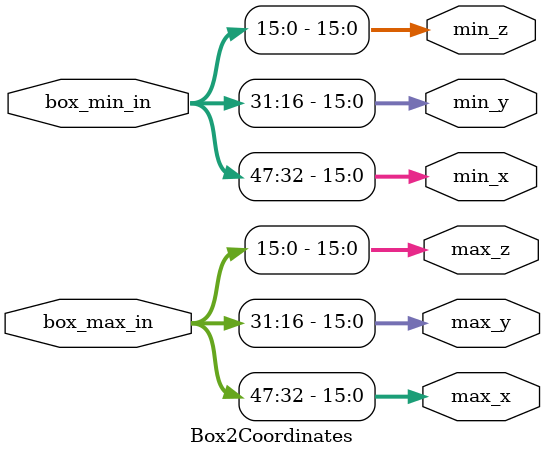
<source format=v>
`timescale 1ns / 1ps

module Box2Coordinates
(
    input [47:0] box_min_in,
    input [47:0] box_max_in,
    
    output [15:0] min_x,
    output [15:0] min_y,
    output [15:0] min_z,
    output [15:0] max_x,
    output [15:0] max_y,
    output [15:0] max_z
);

assign min_x = box_min_in[47:32];
assign min_y = box_min_in[31:16];
assign min_z = box_min_in[15:0];
assign max_x = box_max_in[47:32];
assign max_y = box_max_in[31:16];
assign max_z = box_max_in[15:0];

endmodule

</source>
